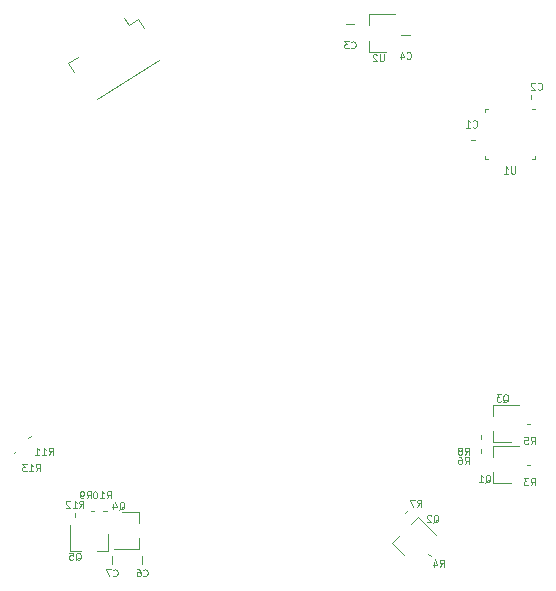
<source format=gbo>
G04 #@! TF.GenerationSoftware,KiCad,Pcbnew,6.0.0-d3dd2cf0fa~116~ubuntu20.04.1*
G04 #@! TF.CreationDate,2022-01-19T00:51:47+01:00*
G04 #@! TF.ProjectId,lensmount,6c656e73-6d6f-4756-9e74-2e6b69636164,rev?*
G04 #@! TF.SameCoordinates,Original*
G04 #@! TF.FileFunction,Legend,Bot*
G04 #@! TF.FilePolarity,Positive*
%FSLAX46Y46*%
G04 Gerber Fmt 4.6, Leading zero omitted, Abs format (unit mm)*
G04 Created by KiCad (PCBNEW 6.0.0-d3dd2cf0fa~116~ubuntu20.04.1) date 2022-01-19 00:51:47*
%MOMM*%
%LPD*%
G01*
G04 APERTURE LIST*
%ADD10C,0.100000*%
%ADD11C,0.120000*%
G04 APERTURE END LIST*
D10*
X121582142Y-89371428D02*
X121582142Y-89857142D01*
X121553571Y-89914285D01*
X121525000Y-89942857D01*
X121467857Y-89971428D01*
X121353571Y-89971428D01*
X121296428Y-89942857D01*
X121267857Y-89914285D01*
X121239285Y-89857142D01*
X121239285Y-89371428D01*
X120639285Y-89971428D02*
X120982142Y-89971428D01*
X120810714Y-89971428D02*
X120810714Y-89371428D01*
X120867857Y-89457142D01*
X120925000Y-89514285D01*
X120982142Y-89542857D01*
X80985714Y-115171428D02*
X81185714Y-114885714D01*
X81328571Y-115171428D02*
X81328571Y-114571428D01*
X81100000Y-114571428D01*
X81042857Y-114600000D01*
X81014285Y-114628571D01*
X80985714Y-114685714D01*
X80985714Y-114771428D01*
X81014285Y-114828571D01*
X81042857Y-114857142D01*
X81100000Y-114885714D01*
X81328571Y-114885714D01*
X80414285Y-115171428D02*
X80757142Y-115171428D01*
X80585714Y-115171428D02*
X80585714Y-114571428D01*
X80642857Y-114657142D01*
X80700000Y-114714285D01*
X80757142Y-114742857D01*
X80214285Y-114571428D02*
X79842857Y-114571428D01*
X80042857Y-114800000D01*
X79957142Y-114800000D01*
X79900000Y-114828571D01*
X79871428Y-114857142D01*
X79842857Y-114914285D01*
X79842857Y-115057142D01*
X79871428Y-115114285D01*
X79900000Y-115142857D01*
X79957142Y-115171428D01*
X80128571Y-115171428D01*
X80185714Y-115142857D01*
X80214285Y-115114285D01*
X84685714Y-118271428D02*
X84885714Y-117985714D01*
X85028571Y-118271428D02*
X85028571Y-117671428D01*
X84800000Y-117671428D01*
X84742857Y-117700000D01*
X84714285Y-117728571D01*
X84685714Y-117785714D01*
X84685714Y-117871428D01*
X84714285Y-117928571D01*
X84742857Y-117957142D01*
X84800000Y-117985714D01*
X85028571Y-117985714D01*
X84114285Y-118271428D02*
X84457142Y-118271428D01*
X84285714Y-118271428D02*
X84285714Y-117671428D01*
X84342857Y-117757142D01*
X84400000Y-117814285D01*
X84457142Y-117842857D01*
X83885714Y-117728571D02*
X83857142Y-117700000D01*
X83800000Y-117671428D01*
X83657142Y-117671428D01*
X83600000Y-117700000D01*
X83571428Y-117728571D01*
X83542857Y-117785714D01*
X83542857Y-117842857D01*
X83571428Y-117928571D01*
X83914285Y-118271428D01*
X83542857Y-118271428D01*
X82085714Y-113771428D02*
X82285714Y-113485714D01*
X82428571Y-113771428D02*
X82428571Y-113171428D01*
X82200000Y-113171428D01*
X82142857Y-113200000D01*
X82114285Y-113228571D01*
X82085714Y-113285714D01*
X82085714Y-113371428D01*
X82114285Y-113428571D01*
X82142857Y-113457142D01*
X82200000Y-113485714D01*
X82428571Y-113485714D01*
X81514285Y-113771428D02*
X81857142Y-113771428D01*
X81685714Y-113771428D02*
X81685714Y-113171428D01*
X81742857Y-113257142D01*
X81800000Y-113314285D01*
X81857142Y-113342857D01*
X80942857Y-113771428D02*
X81285714Y-113771428D01*
X81114285Y-113771428D02*
X81114285Y-113171428D01*
X81171428Y-113257142D01*
X81228571Y-113314285D01*
X81285714Y-113342857D01*
X86985714Y-117471428D02*
X87185714Y-117185714D01*
X87328571Y-117471428D02*
X87328571Y-116871428D01*
X87100000Y-116871428D01*
X87042857Y-116900000D01*
X87014285Y-116928571D01*
X86985714Y-116985714D01*
X86985714Y-117071428D01*
X87014285Y-117128571D01*
X87042857Y-117157142D01*
X87100000Y-117185714D01*
X87328571Y-117185714D01*
X86414285Y-117471428D02*
X86757142Y-117471428D01*
X86585714Y-117471428D02*
X86585714Y-116871428D01*
X86642857Y-116957142D01*
X86700000Y-117014285D01*
X86757142Y-117042857D01*
X86042857Y-116871428D02*
X85985714Y-116871428D01*
X85928571Y-116900000D01*
X85900000Y-116928571D01*
X85871428Y-116985714D01*
X85842857Y-117100000D01*
X85842857Y-117242857D01*
X85871428Y-117357142D01*
X85900000Y-117414285D01*
X85928571Y-117442857D01*
X85985714Y-117471428D01*
X86042857Y-117471428D01*
X86100000Y-117442857D01*
X86128571Y-117414285D01*
X86157142Y-117357142D01*
X86185714Y-117242857D01*
X86185714Y-117100000D01*
X86157142Y-116985714D01*
X86128571Y-116928571D01*
X86100000Y-116900000D01*
X86042857Y-116871428D01*
X84357142Y-122728571D02*
X84414285Y-122700000D01*
X84471428Y-122642857D01*
X84557142Y-122557142D01*
X84614285Y-122528571D01*
X84671428Y-122528571D01*
X84642857Y-122671428D02*
X84700000Y-122642857D01*
X84757142Y-122585714D01*
X84785714Y-122471428D01*
X84785714Y-122271428D01*
X84757142Y-122157142D01*
X84700000Y-122100000D01*
X84642857Y-122071428D01*
X84528571Y-122071428D01*
X84471428Y-122100000D01*
X84414285Y-122157142D01*
X84385714Y-122271428D01*
X84385714Y-122471428D01*
X84414285Y-122585714D01*
X84471428Y-122642857D01*
X84528571Y-122671428D01*
X84642857Y-122671428D01*
X83842857Y-122071428D02*
X84128571Y-122071428D01*
X84157142Y-122357142D01*
X84128571Y-122328571D01*
X84071428Y-122300000D01*
X83928571Y-122300000D01*
X83871428Y-122328571D01*
X83842857Y-122357142D01*
X83814285Y-122414285D01*
X83814285Y-122557142D01*
X83842857Y-122614285D01*
X83871428Y-122642857D01*
X83928571Y-122671428D01*
X84071428Y-122671428D01*
X84128571Y-122642857D01*
X84157142Y-122614285D01*
X88057142Y-118428571D02*
X88114285Y-118400000D01*
X88171428Y-118342857D01*
X88257142Y-118257142D01*
X88314285Y-118228571D01*
X88371428Y-118228571D01*
X88342857Y-118371428D02*
X88400000Y-118342857D01*
X88457142Y-118285714D01*
X88485714Y-118171428D01*
X88485714Y-117971428D01*
X88457142Y-117857142D01*
X88400000Y-117800000D01*
X88342857Y-117771428D01*
X88228571Y-117771428D01*
X88171428Y-117800000D01*
X88114285Y-117857142D01*
X88085714Y-117971428D01*
X88085714Y-118171428D01*
X88114285Y-118285714D01*
X88171428Y-118342857D01*
X88228571Y-118371428D01*
X88342857Y-118371428D01*
X87571428Y-117971428D02*
X87571428Y-118371428D01*
X87714285Y-117742857D02*
X87857142Y-118171428D01*
X87485714Y-118171428D01*
X110457142Y-79871428D02*
X110457142Y-80357142D01*
X110428571Y-80414285D01*
X110400000Y-80442857D01*
X110342857Y-80471428D01*
X110228571Y-80471428D01*
X110171428Y-80442857D01*
X110142857Y-80414285D01*
X110114285Y-80357142D01*
X110114285Y-79871428D01*
X109857142Y-79928571D02*
X109828571Y-79900000D01*
X109771428Y-79871428D01*
X109628571Y-79871428D01*
X109571428Y-79900000D01*
X109542857Y-79928571D01*
X109514285Y-79985714D01*
X109514285Y-80042857D01*
X109542857Y-80128571D01*
X109885714Y-80471428D01*
X109514285Y-80471428D01*
X85300000Y-117471428D02*
X85500000Y-117185714D01*
X85642857Y-117471428D02*
X85642857Y-116871428D01*
X85414285Y-116871428D01*
X85357142Y-116900000D01*
X85328571Y-116928571D01*
X85300000Y-116985714D01*
X85300000Y-117071428D01*
X85328571Y-117128571D01*
X85357142Y-117157142D01*
X85414285Y-117185714D01*
X85642857Y-117185714D01*
X85014285Y-117471428D02*
X84900000Y-117471428D01*
X84842857Y-117442857D01*
X84814285Y-117414285D01*
X84757142Y-117328571D01*
X84728571Y-117214285D01*
X84728571Y-116985714D01*
X84757142Y-116928571D01*
X84785714Y-116900000D01*
X84842857Y-116871428D01*
X84957142Y-116871428D01*
X85014285Y-116900000D01*
X85042857Y-116928571D01*
X85071428Y-116985714D01*
X85071428Y-117128571D01*
X85042857Y-117185714D01*
X85014285Y-117214285D01*
X84957142Y-117242857D01*
X84842857Y-117242857D01*
X84785714Y-117214285D01*
X84757142Y-117185714D01*
X84728571Y-117128571D01*
X117300000Y-113771428D02*
X117500000Y-113485714D01*
X117642857Y-113771428D02*
X117642857Y-113171428D01*
X117414285Y-113171428D01*
X117357142Y-113200000D01*
X117328571Y-113228571D01*
X117300000Y-113285714D01*
X117300000Y-113371428D01*
X117328571Y-113428571D01*
X117357142Y-113457142D01*
X117414285Y-113485714D01*
X117642857Y-113485714D01*
X116957142Y-113428571D02*
X117014285Y-113400000D01*
X117042857Y-113371428D01*
X117071428Y-113314285D01*
X117071428Y-113285714D01*
X117042857Y-113228571D01*
X117014285Y-113200000D01*
X116957142Y-113171428D01*
X116842857Y-113171428D01*
X116785714Y-113200000D01*
X116757142Y-113228571D01*
X116728571Y-113285714D01*
X116728571Y-113314285D01*
X116757142Y-113371428D01*
X116785714Y-113400000D01*
X116842857Y-113428571D01*
X116957142Y-113428571D01*
X117014285Y-113457142D01*
X117042857Y-113485714D01*
X117071428Y-113542857D01*
X117071428Y-113657142D01*
X117042857Y-113714285D01*
X117014285Y-113742857D01*
X116957142Y-113771428D01*
X116842857Y-113771428D01*
X116785714Y-113742857D01*
X116757142Y-113714285D01*
X116728571Y-113657142D01*
X116728571Y-113542857D01*
X116757142Y-113485714D01*
X116785714Y-113457142D01*
X116842857Y-113428571D01*
X113300000Y-118171428D02*
X113500000Y-117885714D01*
X113642857Y-118171428D02*
X113642857Y-117571428D01*
X113414285Y-117571428D01*
X113357142Y-117600000D01*
X113328571Y-117628571D01*
X113300000Y-117685714D01*
X113300000Y-117771428D01*
X113328571Y-117828571D01*
X113357142Y-117857142D01*
X113414285Y-117885714D01*
X113642857Y-117885714D01*
X113100000Y-117571428D02*
X112700000Y-117571428D01*
X112957142Y-118171428D01*
X117300000Y-114571428D02*
X117500000Y-114285714D01*
X117642857Y-114571428D02*
X117642857Y-113971428D01*
X117414285Y-113971428D01*
X117357142Y-114000000D01*
X117328571Y-114028571D01*
X117300000Y-114085714D01*
X117300000Y-114171428D01*
X117328571Y-114228571D01*
X117357142Y-114257142D01*
X117414285Y-114285714D01*
X117642857Y-114285714D01*
X116785714Y-113971428D02*
X116900000Y-113971428D01*
X116957142Y-114000000D01*
X116985714Y-114028571D01*
X117042857Y-114114285D01*
X117071428Y-114228571D01*
X117071428Y-114457142D01*
X117042857Y-114514285D01*
X117014285Y-114542857D01*
X116957142Y-114571428D01*
X116842857Y-114571428D01*
X116785714Y-114542857D01*
X116757142Y-114514285D01*
X116728571Y-114457142D01*
X116728571Y-114314285D01*
X116757142Y-114257142D01*
X116785714Y-114228571D01*
X116842857Y-114200000D01*
X116957142Y-114200000D01*
X117014285Y-114228571D01*
X117042857Y-114257142D01*
X117071428Y-114314285D01*
X122900000Y-112871428D02*
X123100000Y-112585714D01*
X123242857Y-112871428D02*
X123242857Y-112271428D01*
X123014285Y-112271428D01*
X122957142Y-112300000D01*
X122928571Y-112328571D01*
X122900000Y-112385714D01*
X122900000Y-112471428D01*
X122928571Y-112528571D01*
X122957142Y-112557142D01*
X123014285Y-112585714D01*
X123242857Y-112585714D01*
X122357142Y-112271428D02*
X122642857Y-112271428D01*
X122671428Y-112557142D01*
X122642857Y-112528571D01*
X122585714Y-112500000D01*
X122442857Y-112500000D01*
X122385714Y-112528571D01*
X122357142Y-112557142D01*
X122328571Y-112614285D01*
X122328571Y-112757142D01*
X122357142Y-112814285D01*
X122385714Y-112842857D01*
X122442857Y-112871428D01*
X122585714Y-112871428D01*
X122642857Y-112842857D01*
X122671428Y-112814285D01*
X115200000Y-123271428D02*
X115400000Y-122985714D01*
X115542857Y-123271428D02*
X115542857Y-122671428D01*
X115314285Y-122671428D01*
X115257142Y-122700000D01*
X115228571Y-122728571D01*
X115200000Y-122785714D01*
X115200000Y-122871428D01*
X115228571Y-122928571D01*
X115257142Y-122957142D01*
X115314285Y-122985714D01*
X115542857Y-122985714D01*
X114685714Y-122871428D02*
X114685714Y-123271428D01*
X114828571Y-122642857D02*
X114971428Y-123071428D01*
X114600000Y-123071428D01*
X122900000Y-116371428D02*
X123100000Y-116085714D01*
X123242857Y-116371428D02*
X123242857Y-115771428D01*
X123014285Y-115771428D01*
X122957142Y-115800000D01*
X122928571Y-115828571D01*
X122900000Y-115885714D01*
X122900000Y-115971428D01*
X122928571Y-116028571D01*
X122957142Y-116057142D01*
X123014285Y-116085714D01*
X123242857Y-116085714D01*
X122700000Y-115771428D02*
X122328571Y-115771428D01*
X122528571Y-116000000D01*
X122442857Y-116000000D01*
X122385714Y-116028571D01*
X122357142Y-116057142D01*
X122328571Y-116114285D01*
X122328571Y-116257142D01*
X122357142Y-116314285D01*
X122385714Y-116342857D01*
X122442857Y-116371428D01*
X122614285Y-116371428D01*
X122671428Y-116342857D01*
X122700000Y-116314285D01*
X120557142Y-109328571D02*
X120614285Y-109300000D01*
X120671428Y-109242857D01*
X120757142Y-109157142D01*
X120814285Y-109128571D01*
X120871428Y-109128571D01*
X120842857Y-109271428D02*
X120900000Y-109242857D01*
X120957142Y-109185714D01*
X120985714Y-109071428D01*
X120985714Y-108871428D01*
X120957142Y-108757142D01*
X120900000Y-108700000D01*
X120842857Y-108671428D01*
X120728571Y-108671428D01*
X120671428Y-108700000D01*
X120614285Y-108757142D01*
X120585714Y-108871428D01*
X120585714Y-109071428D01*
X120614285Y-109185714D01*
X120671428Y-109242857D01*
X120728571Y-109271428D01*
X120842857Y-109271428D01*
X120385714Y-108671428D02*
X120014285Y-108671428D01*
X120214285Y-108900000D01*
X120128571Y-108900000D01*
X120071428Y-108928571D01*
X120042857Y-108957142D01*
X120014285Y-109014285D01*
X120014285Y-109157142D01*
X120042857Y-109214285D01*
X120071428Y-109242857D01*
X120128571Y-109271428D01*
X120300000Y-109271428D01*
X120357142Y-109242857D01*
X120385714Y-109214285D01*
X114657142Y-119528572D02*
X114714285Y-119500001D01*
X114771428Y-119442858D01*
X114857142Y-119357143D01*
X114914285Y-119328572D01*
X114971428Y-119328572D01*
X114942857Y-119471429D02*
X115000000Y-119442858D01*
X115057142Y-119385715D01*
X115085714Y-119271429D01*
X115085714Y-119071429D01*
X115057142Y-118957143D01*
X115000000Y-118900001D01*
X114942857Y-118871429D01*
X114828571Y-118871429D01*
X114771428Y-118900001D01*
X114714285Y-118957143D01*
X114685714Y-119071429D01*
X114685714Y-119271429D01*
X114714285Y-119385715D01*
X114771428Y-119442858D01*
X114828571Y-119471429D01*
X114942857Y-119471429D01*
X114457142Y-118928572D02*
X114428571Y-118900001D01*
X114371428Y-118871429D01*
X114228571Y-118871429D01*
X114171428Y-118900001D01*
X114142857Y-118928572D01*
X114114285Y-118985715D01*
X114114285Y-119042858D01*
X114142857Y-119128572D01*
X114485714Y-119471429D01*
X114114285Y-119471429D01*
X119057142Y-116128571D02*
X119114285Y-116100000D01*
X119171428Y-116042857D01*
X119257142Y-115957142D01*
X119314285Y-115928571D01*
X119371428Y-115928571D01*
X119342857Y-116071428D02*
X119400000Y-116042857D01*
X119457142Y-115985714D01*
X119485714Y-115871428D01*
X119485714Y-115671428D01*
X119457142Y-115557142D01*
X119400000Y-115500000D01*
X119342857Y-115471428D01*
X119228571Y-115471428D01*
X119171428Y-115500000D01*
X119114285Y-115557142D01*
X119085714Y-115671428D01*
X119085714Y-115871428D01*
X119114285Y-115985714D01*
X119171428Y-116042857D01*
X119228571Y-116071428D01*
X119342857Y-116071428D01*
X118514285Y-116071428D02*
X118857142Y-116071428D01*
X118685714Y-116071428D02*
X118685714Y-115471428D01*
X118742857Y-115557142D01*
X118800000Y-115614285D01*
X118857142Y-115642857D01*
X87550000Y-124014285D02*
X87578571Y-124042857D01*
X87664285Y-124071428D01*
X87721428Y-124071428D01*
X87807142Y-124042857D01*
X87864285Y-123985714D01*
X87892857Y-123928571D01*
X87921428Y-123814285D01*
X87921428Y-123728571D01*
X87892857Y-123614285D01*
X87864285Y-123557142D01*
X87807142Y-123500000D01*
X87721428Y-123471428D01*
X87664285Y-123471428D01*
X87578571Y-123500000D01*
X87550000Y-123528571D01*
X87350000Y-123471428D02*
X86950000Y-123471428D01*
X87207142Y-124071428D01*
X90100000Y-124014285D02*
X90128571Y-124042857D01*
X90214285Y-124071428D01*
X90271428Y-124071428D01*
X90357142Y-124042857D01*
X90414285Y-123985714D01*
X90442857Y-123928571D01*
X90471428Y-123814285D01*
X90471428Y-123728571D01*
X90442857Y-123614285D01*
X90414285Y-123557142D01*
X90357142Y-123500000D01*
X90271428Y-123471428D01*
X90214285Y-123471428D01*
X90128571Y-123500000D01*
X90100000Y-123528571D01*
X89585714Y-123471428D02*
X89700000Y-123471428D01*
X89757142Y-123500000D01*
X89785714Y-123528571D01*
X89842857Y-123614285D01*
X89871428Y-123728571D01*
X89871428Y-123957142D01*
X89842857Y-124014285D01*
X89814285Y-124042857D01*
X89757142Y-124071428D01*
X89642857Y-124071428D01*
X89585714Y-124042857D01*
X89557142Y-124014285D01*
X89528571Y-123957142D01*
X89528571Y-123814285D01*
X89557142Y-123757142D01*
X89585714Y-123728571D01*
X89642857Y-123700000D01*
X89757142Y-123700000D01*
X89814285Y-123728571D01*
X89842857Y-123757142D01*
X89871428Y-123814285D01*
X112400000Y-80214285D02*
X112428571Y-80242857D01*
X112514285Y-80271428D01*
X112571428Y-80271428D01*
X112657142Y-80242857D01*
X112714285Y-80185714D01*
X112742857Y-80128571D01*
X112771428Y-80014285D01*
X112771428Y-79928571D01*
X112742857Y-79814285D01*
X112714285Y-79757142D01*
X112657142Y-79700000D01*
X112571428Y-79671428D01*
X112514285Y-79671428D01*
X112428571Y-79700000D01*
X112400000Y-79728571D01*
X111885714Y-79871428D02*
X111885714Y-80271428D01*
X112028571Y-79642857D02*
X112171428Y-80071428D01*
X111800000Y-80071428D01*
X107700000Y-79314285D02*
X107728571Y-79342857D01*
X107814285Y-79371428D01*
X107871428Y-79371428D01*
X107957142Y-79342857D01*
X108014285Y-79285714D01*
X108042857Y-79228571D01*
X108071428Y-79114285D01*
X108071428Y-79028571D01*
X108042857Y-78914285D01*
X108014285Y-78857142D01*
X107957142Y-78800000D01*
X107871428Y-78771428D01*
X107814285Y-78771428D01*
X107728571Y-78800000D01*
X107700000Y-78828571D01*
X107500000Y-78771428D02*
X107128571Y-78771428D01*
X107328571Y-79000000D01*
X107242857Y-79000000D01*
X107185714Y-79028571D01*
X107157142Y-79057142D01*
X107128571Y-79114285D01*
X107128571Y-79257142D01*
X107157142Y-79314285D01*
X107185714Y-79342857D01*
X107242857Y-79371428D01*
X107414285Y-79371428D01*
X107471428Y-79342857D01*
X107500000Y-79314285D01*
X123500000Y-82814285D02*
X123528571Y-82842857D01*
X123614285Y-82871428D01*
X123671428Y-82871428D01*
X123757142Y-82842857D01*
X123814285Y-82785714D01*
X123842857Y-82728571D01*
X123871428Y-82614285D01*
X123871428Y-82528571D01*
X123842857Y-82414285D01*
X123814285Y-82357142D01*
X123757142Y-82300000D01*
X123671428Y-82271428D01*
X123614285Y-82271428D01*
X123528571Y-82300000D01*
X123500000Y-82328571D01*
X123271428Y-82328571D02*
X123242857Y-82300000D01*
X123185714Y-82271428D01*
X123042857Y-82271428D01*
X122985714Y-82300000D01*
X122957142Y-82328571D01*
X122928571Y-82385714D01*
X122928571Y-82442857D01*
X122957142Y-82528571D01*
X123300000Y-82871428D01*
X122928571Y-82871428D01*
X118000000Y-86014285D02*
X118028571Y-86042857D01*
X118114285Y-86071428D01*
X118171428Y-86071428D01*
X118257142Y-86042857D01*
X118314285Y-85985714D01*
X118342857Y-85928571D01*
X118371428Y-85814285D01*
X118371428Y-85728571D01*
X118342857Y-85614285D01*
X118314285Y-85557142D01*
X118257142Y-85500000D01*
X118171428Y-85471428D01*
X118114285Y-85471428D01*
X118028571Y-85500000D01*
X118000000Y-85528571D01*
X117428571Y-86071428D02*
X117771428Y-86071428D01*
X117600000Y-86071428D02*
X117600000Y-85471428D01*
X117657142Y-85557142D01*
X117714285Y-85614285D01*
X117771428Y-85642857D01*
D11*
X123010000Y-84515000D02*
X123235000Y-84515000D01*
X119015000Y-88735000D02*
X119015000Y-88510000D01*
X119240000Y-88735000D02*
X119015000Y-88735000D01*
X123235000Y-88735000D02*
X123235000Y-88510000D01*
X123010000Y-88735000D02*
X123235000Y-88735000D01*
X119015000Y-84515000D02*
X119015000Y-84740000D01*
X119240000Y-84515000D02*
X119015000Y-84515000D01*
X91427751Y-80397512D02*
X86144411Y-83698909D01*
X83753350Y-80570630D02*
X84558996Y-80067207D01*
X84256773Y-81376276D02*
X83753350Y-80570630D01*
X88858600Y-77380516D02*
X88492955Y-76795363D01*
X89664245Y-76877093D02*
X88858600Y-77380516D01*
X90167669Y-77682739D02*
X89664245Y-76877093D01*
X79143934Y-113656066D02*
X79356066Y-113443934D01*
X84350000Y-119050000D02*
X84350000Y-118750000D01*
X80343934Y-112381066D02*
X80556066Y-112168934D01*
X87000000Y-118500000D02*
X86700000Y-118500000D01*
X87080000Y-121910000D02*
X87080000Y-120450000D01*
X83920000Y-121910000D02*
X83920000Y-119750000D01*
X83920000Y-121910000D02*
X84850000Y-121910000D01*
X87080000Y-121910000D02*
X86150000Y-121910000D01*
X89760000Y-118620000D02*
X88300000Y-118620000D01*
X89760000Y-121780000D02*
X87600000Y-121780000D01*
X89760000Y-121780000D02*
X89760000Y-120850000D01*
X89760000Y-118620000D02*
X89760000Y-119550000D01*
X109205901Y-79651967D02*
X110665901Y-79651967D01*
X109205901Y-76491967D02*
X111365901Y-76491967D01*
X109205901Y-76491967D02*
X109205901Y-77421967D01*
X109205901Y-79651967D02*
X109205901Y-78721967D01*
X85950000Y-118500000D02*
X85650000Y-118500000D01*
X118725000Y-112125000D02*
X118725000Y-112425000D01*
X112466421Y-118496878D02*
X112254289Y-118709010D01*
X118725000Y-113325000D02*
X118725000Y-113625000D01*
X122850000Y-111150000D02*
X122550000Y-111150000D01*
X114431066Y-122381066D02*
X114218934Y-122168934D01*
X122850000Y-114650000D02*
X122550000Y-114650000D01*
X119740000Y-112705000D02*
X121200000Y-112705000D01*
X119740000Y-109545000D02*
X121900000Y-109545000D01*
X119740000Y-109545000D02*
X119740000Y-110475000D01*
X119740000Y-112705000D02*
X119740000Y-111775000D01*
X111147667Y-121251059D02*
X112180043Y-122283434D01*
X113382125Y-119016601D02*
X114909475Y-120543952D01*
X113382125Y-119016601D02*
X112724515Y-119674210D01*
X111147667Y-121251059D02*
X111805276Y-120593449D01*
X119740000Y-116205000D02*
X121200000Y-116205000D01*
X119740000Y-113045000D02*
X121900000Y-113045000D01*
X119740000Y-113045000D02*
X119740000Y-113975000D01*
X119740000Y-116205000D02*
X119740000Y-115275000D01*
X87450000Y-122350000D02*
X87450000Y-123050000D01*
X90000000Y-122350000D02*
X90000000Y-123050000D01*
X111949353Y-78275000D02*
X112649353Y-78275000D01*
X107250000Y-77325000D02*
X107950000Y-77325000D01*
X122900000Y-83650000D02*
X122900000Y-83350000D01*
X118150000Y-87150000D02*
X117850000Y-87150000D01*
M02*

</source>
